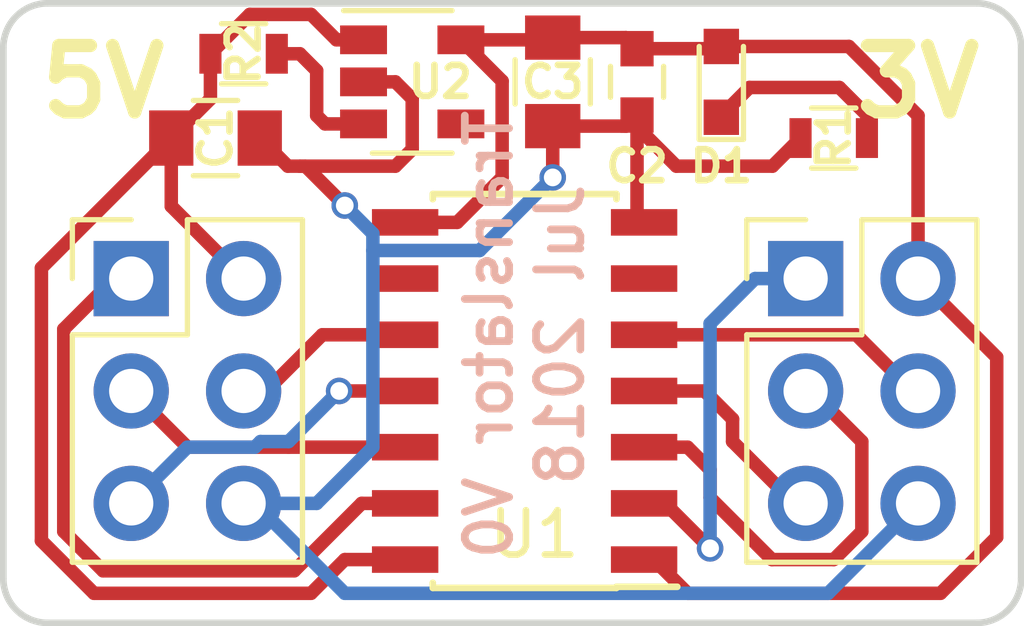
<source format=kicad_pcb>
(kicad_pcb (version 4) (host pcbnew 4.0.7)

  (general
    (links 27)
    (no_connects 0)
    (area 132.924999 102.924999 156.075001 117.075001)
    (thickness 1.6)
    (drawings 11)
    (tracks 117)
    (zones 0)
    (modules 10)
    (nets 17)
  )

  (page A)
  (layers
    (0 F.Cu signal)
    (31 B.Cu signal)
    (32 B.Adhes user)
    (33 F.Adhes user)
    (34 B.Paste user)
    (35 F.Paste user)
    (36 B.SilkS user)
    (37 F.SilkS user)
    (38 B.Mask user)
    (39 F.Mask user)
    (40 Dwgs.User user)
    (41 Cmts.User user)
    (42 Eco1.User user)
    (43 Eco2.User user)
    (44 Edge.Cuts user)
    (45 Margin user)
    (46 B.CrtYd user)
    (47 F.CrtYd user)
    (48 B.Fab user hide)
    (49 F.Fab user hide)
  )

  (setup
    (last_trace_width 0.25)
    (user_trace_width 0.3048)
    (user_trace_width 0.4064)
    (user_trace_width 0.6096)
    (trace_clearance 0.2)
    (zone_clearance 0.35)
    (zone_45_only no)
    (trace_min 0.2)
    (segment_width 0.2)
    (edge_width 0.15)
    (via_size 0.6)
    (via_drill 0.4)
    (via_min_size 0.4)
    (via_min_drill 0.3)
    (uvia_size 0.3)
    (uvia_drill 0.1)
    (uvias_allowed no)
    (uvia_min_size 0.2)
    (uvia_min_drill 0.1)
    (pcb_text_width 0.3)
    (pcb_text_size 1.5 1.5)
    (mod_edge_width 0.15)
    (mod_text_size 1 1)
    (mod_text_width 0.15)
    (pad_size 1.7 1.7)
    (pad_drill 1)
    (pad_to_mask_clearance 0)
    (aux_axis_origin 0 0)
    (visible_elements 7FFEFFFF)
    (pcbplotparams
      (layerselection 0x00030_80000001)
      (usegerberextensions false)
      (excludeedgelayer true)
      (linewidth 0.100000)
      (plotframeref false)
      (viasonmask false)
      (mode 1)
      (useauxorigin false)
      (hpglpennumber 1)
      (hpglpenspeed 20)
      (hpglpendiameter 15)
      (hpglpenoverlay 2)
      (psnegative false)
      (psa4output false)
      (plotreference true)
      (plotvalue true)
      (plotinvisibletext false)
      (padsonsilk false)
      (subtractmaskfromsilk false)
      (outputformat 1)
      (mirror false)
      (drillshape 1)
      (scaleselection 1)
      (outputdirectory ""))
  )

  (net 0 "")
  (net 1 GND)
  (net 2 +3V3)
  (net 3 "Net-(U2-Pad4)")
  (net 4 /MISO_5V)
  (net 5 /SCK_5V)
  (net 6 /MOSI_5V)
  (net 7 /~RESET_5V)
  (net 8 /MISO_3V)
  (net 9 /SCK_3V)
  (net 10 /MOSI_3V)
  (net 11 /~RESET_3V)
  (net 12 "Net-(U1-Pad6)")
  (net 13 "Net-(U1-Pad9)")
  (net 14 +5V)
  (net 15 "Net-(D1-Pad1)")
  (net 16 "Net-(R2-Pad1)")

  (net_class Default "This is the default net class."
    (clearance 0.2)
    (trace_width 0.25)
    (via_dia 0.6)
    (via_drill 0.4)
    (uvia_dia 0.3)
    (uvia_drill 0.1)
    (add_net +3V3)
    (add_net +5V)
    (add_net /MISO_3V)
    (add_net /MISO_5V)
    (add_net /MOSI_3V)
    (add_net /MOSI_5V)
    (add_net /SCK_3V)
    (add_net /SCK_5V)
    (add_net /~RESET_3V)
    (add_net /~RESET_5V)
    (add_net GND)
    (add_net "Net-(D1-Pad1)")
    (add_net "Net-(R2-Pad1)")
    (add_net "Net-(U1-Pad6)")
    (add_net "Net-(U1-Pad9)")
    (add_net "Net-(U2-Pad4)")
  )

  (module footprints:R_0603 (layer F.Cu) (tedit 5B565FD2) (tstamp 5B565885)
    (at 151.765 106.045 180)
    (descr "Resistor SMD 0603, reflow soldering, Vishay (see dcrcw.pdf)")
    (tags "resistor 0603")
    (path /5B56685E)
    (attr smd)
    (fp_text reference R1 (at 0 0 270) (layer F.SilkS)
      (effects (font (size 0.7 0.7) (thickness 0.15)))
    )
    (fp_text value 330 (at 0 1.5 180) (layer F.Fab)
      (effects (font (size 1 1) (thickness 0.15)))
    )
    (fp_text user %R (at 0 0 180) (layer F.Fab)
      (effects (font (size 0.4 0.4) (thickness 0.075)))
    )
    (fp_line (start -0.8 0.4) (end -0.8 -0.4) (layer F.Fab) (width 0.1))
    (fp_line (start 0.8 0.4) (end -0.8 0.4) (layer F.Fab) (width 0.1))
    (fp_line (start 0.8 -0.4) (end 0.8 0.4) (layer F.Fab) (width 0.1))
    (fp_line (start -0.8 -0.4) (end 0.8 -0.4) (layer F.Fab) (width 0.1))
    (fp_line (start 0.5 0.68) (end -0.5 0.68) (layer F.SilkS) (width 0.12))
    (fp_line (start -0.5 -0.68) (end 0.5 -0.68) (layer F.SilkS) (width 0.12))
    (fp_line (start -1.25 -0.7) (end 1.25 -0.7) (layer F.CrtYd) (width 0.05))
    (fp_line (start -1.25 -0.7) (end -1.25 0.7) (layer F.CrtYd) (width 0.05))
    (fp_line (start 1.25 0.7) (end 1.25 -0.7) (layer F.CrtYd) (width 0.05))
    (fp_line (start 1.25 0.7) (end -1.25 0.7) (layer F.CrtYd) (width 0.05))
    (pad 1 smd rect (at -0.75 0 180) (size 0.5 0.9) (layers F.Cu F.Paste F.Mask)
      (net 15 "Net-(D1-Pad1)"))
    (pad 2 smd rect (at 0.75 0 180) (size 0.5 0.9) (layers F.Cu F.Paste F.Mask)
      (net 1 GND))
    (model ${KISYS3DMOD}/Resistors_SMD.3dshapes/R_0603.wrl
      (at (xyz 0 0 0))
      (scale (xyz 1 1 1))
      (rotate (xyz 0 0 0))
    )
  )

  (module footprints:LED_0603 (layer F.Cu) (tedit 5B565FC1) (tstamp 5B565983)
    (at 149.225 104.775 90)
    (descr "LED 0603 smd package")
    (tags "LED led 0603 SMD smd SMT smt smdled SMDLED smtled SMTLED")
    (path /5B566813)
    (attr smd)
    (fp_text reference D1 (at -1.905 0 180) (layer F.SilkS)
      (effects (font (size 0.7 0.7) (thickness 0.15)))
    )
    (fp_text value LED (at 0 1.35 90) (layer F.Fab)
      (effects (font (size 1 1) (thickness 0.15)))
    )
    (fp_line (start -1.3 -0.5) (end -1.3 0.5) (layer F.SilkS) (width 0.12))
    (fp_line (start -0.2 -0.2) (end -0.2 0.2) (layer F.Fab) (width 0.1))
    (fp_line (start -0.15 0) (end 0.15 -0.2) (layer F.Fab) (width 0.1))
    (fp_line (start 0.15 0.2) (end -0.15 0) (layer F.Fab) (width 0.1))
    (fp_line (start 0.15 -0.2) (end 0.15 0.2) (layer F.Fab) (width 0.1))
    (fp_line (start 0.8 0.4) (end -0.8 0.4) (layer F.Fab) (width 0.1))
    (fp_line (start 0.8 -0.4) (end 0.8 0.4) (layer F.Fab) (width 0.1))
    (fp_line (start -0.8 -0.4) (end 0.8 -0.4) (layer F.Fab) (width 0.1))
    (fp_line (start -0.8 0.4) (end -0.8 -0.4) (layer F.Fab) (width 0.1))
    (fp_line (start -1.3 0.5) (end 0.8 0.5) (layer F.SilkS) (width 0.12))
    (fp_line (start -1.3 -0.5) (end 0.8 -0.5) (layer F.SilkS) (width 0.12))
    (fp_line (start 1.45 -0.65) (end 1.45 0.65) (layer F.CrtYd) (width 0.05))
    (fp_line (start 1.45 0.65) (end -1.45 0.65) (layer F.CrtYd) (width 0.05))
    (fp_line (start -1.45 0.65) (end -1.45 -0.65) (layer F.CrtYd) (width 0.05))
    (fp_line (start -1.45 -0.65) (end 1.45 -0.65) (layer F.CrtYd) (width 0.05))
    (pad 2 smd rect (at 0.8 0 270) (size 0.8 0.8) (layers F.Cu F.Paste F.Mask)
      (net 2 +3V3))
    (pad 1 smd rect (at -0.8 0 270) (size 0.8 0.8) (layers F.Cu F.Paste F.Mask)
      (net 15 "Net-(D1-Pad1)"))
    (model ${KISYS3DMOD}/LEDs.3dshapes/LED_0603.wrl
      (at (xyz 0 0 0))
      (scale (xyz 1 1 1))
      (rotate (xyz 0 0 180))
    )
  )

  (module footprints:C_0805 (layer F.Cu) (tedit 5B56611F) (tstamp 5B56679B)
    (at 137.795 106.045)
    (descr "Capacitor SMD 0805, reflow soldering, AVX (see smccp.pdf)")
    (tags "capacitor 0805")
    (path /5B3FF285)
    (attr smd)
    (fp_text reference C1 (at 0 0 90) (layer F.SilkS)
      (effects (font (size 0.7 0.7) (thickness 0.15)))
    )
    (fp_text value 10uF (at 0 1.75) (layer F.Fab)
      (effects (font (size 1 1) (thickness 0.15)))
    )
    (fp_text user %R (at 0 -1.5) (layer F.Fab)
      (effects (font (size 1 1) (thickness 0.15)))
    )
    (fp_line (start -1 0.62) (end -1 -0.62) (layer F.Fab) (width 0.1))
    (fp_line (start 1 0.62) (end -1 0.62) (layer F.Fab) (width 0.1))
    (fp_line (start 1 -0.62) (end 1 0.62) (layer F.Fab) (width 0.1))
    (fp_line (start -1 -0.62) (end 1 -0.62) (layer F.Fab) (width 0.1))
    (fp_line (start 0.5 -0.85) (end -0.5 -0.85) (layer F.SilkS) (width 0.12))
    (fp_line (start -0.5 0.85) (end 0.5 0.85) (layer F.SilkS) (width 0.12))
    (fp_line (start -1.75 -0.88) (end 1.75 -0.88) (layer F.CrtYd) (width 0.05))
    (fp_line (start -1.75 -0.88) (end -1.75 0.87) (layer F.CrtYd) (width 0.05))
    (fp_line (start 1.75 0.87) (end 1.75 -0.88) (layer F.CrtYd) (width 0.05))
    (fp_line (start 1.75 0.87) (end -1.75 0.87) (layer F.CrtYd) (width 0.05))
    (pad 1 smd rect (at -1 0) (size 1 1.25) (layers F.Cu F.Paste F.Mask)
      (net 14 +5V))
    (pad 2 smd rect (at 1 0) (size 1 1.25) (layers F.Cu F.Paste F.Mask)
      (net 1 GND))
    (model Capacitors_SMD.3dshapes/C_0805.wrl
      (at (xyz 0 0 0))
      (scale (xyz 1 1 1))
      (rotate (xyz 0 0 0))
    )
  )

  (module footprints:C_0603 (layer F.Cu) (tedit 5B56611C) (tstamp 5B5667AB)
    (at 147.32 104.775 270)
    (descr "Capacitor SMD 0603, reflow soldering, AVX (see smccp.pdf)")
    (tags "capacitor 0603")
    (path /5B3FF331)
    (attr smd)
    (fp_text reference C2 (at 1.905 0 360) (layer F.SilkS)
      (effects (font (size 0.7 0.7) (thickness 0.15)))
    )
    (fp_text value 1uF (at 0 1.5 270) (layer F.Fab)
      (effects (font (size 1 1) (thickness 0.15)))
    )
    (fp_line (start 1.4 0.65) (end -1.4 0.65) (layer F.CrtYd) (width 0.05))
    (fp_line (start 1.4 0.65) (end 1.4 -0.65) (layer F.CrtYd) (width 0.05))
    (fp_line (start -1.4 -0.65) (end -1.4 0.65) (layer F.CrtYd) (width 0.05))
    (fp_line (start -1.4 -0.65) (end 1.4 -0.65) (layer F.CrtYd) (width 0.05))
    (fp_line (start 0.35 0.6) (end -0.35 0.6) (layer F.SilkS) (width 0.12))
    (fp_line (start -0.35 -0.6) (end 0.35 -0.6) (layer F.SilkS) (width 0.12))
    (fp_line (start -0.8 -0.4) (end 0.8 -0.4) (layer F.Fab) (width 0.1))
    (fp_line (start 0.8 -0.4) (end 0.8 0.4) (layer F.Fab) (width 0.1))
    (fp_line (start 0.8 0.4) (end -0.8 0.4) (layer F.Fab) (width 0.1))
    (fp_line (start -0.8 0.4) (end -0.8 -0.4) (layer F.Fab) (width 0.1))
    (fp_text user %R (at 0 0 270) (layer F.Fab)
      (effects (font (size 0.3 0.3) (thickness 0.075)))
    )
    (pad 2 smd rect (at 0.75 0 270) (size 0.8 0.75) (layers F.Cu F.Paste F.Mask)
      (net 1 GND))
    (pad 1 smd rect (at -0.75 0 270) (size 0.8 0.75) (layers F.Cu F.Paste F.Mask)
      (net 2 +3V3))
    (model Capacitors_SMD.3dshapes/C_0603.wrl
      (at (xyz 0 0 0))
      (scale (xyz 1 1 1))
      (rotate (xyz 0 0 0))
    )
  )

  (module footprints:C_0805 (layer F.Cu) (tedit 5B56611F) (tstamp 5B5667BB)
    (at 145.415 104.775 270)
    (descr "Capacitor SMD 0805, reflow soldering, AVX (see smccp.pdf)")
    (tags "capacitor 0805")
    (path /5B3FF2D3)
    (attr smd)
    (fp_text reference C3 (at 0 0 360) (layer F.SilkS)
      (effects (font (size 0.7 0.7) (thickness 0.15)))
    )
    (fp_text value 10uF (at 0 1.75 270) (layer F.Fab)
      (effects (font (size 1 1) (thickness 0.15)))
    )
    (fp_text user %R (at 0 -1.5 270) (layer F.Fab)
      (effects (font (size 1 1) (thickness 0.15)))
    )
    (fp_line (start -1 0.62) (end -1 -0.62) (layer F.Fab) (width 0.1))
    (fp_line (start 1 0.62) (end -1 0.62) (layer F.Fab) (width 0.1))
    (fp_line (start 1 -0.62) (end 1 0.62) (layer F.Fab) (width 0.1))
    (fp_line (start -1 -0.62) (end 1 -0.62) (layer F.Fab) (width 0.1))
    (fp_line (start 0.5 -0.85) (end -0.5 -0.85) (layer F.SilkS) (width 0.12))
    (fp_line (start -0.5 0.85) (end 0.5 0.85) (layer F.SilkS) (width 0.12))
    (fp_line (start -1.75 -0.88) (end 1.75 -0.88) (layer F.CrtYd) (width 0.05))
    (fp_line (start -1.75 -0.88) (end -1.75 0.87) (layer F.CrtYd) (width 0.05))
    (fp_line (start 1.75 0.87) (end 1.75 -0.88) (layer F.CrtYd) (width 0.05))
    (fp_line (start 1.75 0.87) (end -1.75 0.87) (layer F.CrtYd) (width 0.05))
    (pad 1 smd rect (at -1 0 270) (size 1 1.25) (layers F.Cu F.Paste F.Mask)
      (net 2 +3V3))
    (pad 2 smd rect (at 1 0 270) (size 1 1.25) (layers F.Cu F.Paste F.Mask)
      (net 1 GND))
    (model Capacitors_SMD.3dshapes/C_0805.wrl
      (at (xyz 0 0 0))
      (scale (xyz 1 1 1))
      (rotate (xyz 0 0 0))
    )
  )

  (module footprints:Pin_Header_Straight_2x03_Pitch2.54mm (layer F.Cu) (tedit 5B565ED2) (tstamp 5B5667CB)
    (at 135.89 109.22)
    (descr "Through hole straight pin header, 2x03, 2.54mm pitch, double rows")
    (tags "Through hole pin header THT 2x03 2.54mm double row")
    (path /5B52901B)
    (fp_text reference CON1 (at 1.27 -2.33) (layer F.SilkS) hide
      (effects (font (size 1 1) (thickness 0.15)))
    )
    (fp_text value AVR-ISP-6 (at 1.27 7.41) (layer F.Fab)
      (effects (font (size 1 1) (thickness 0.15)))
    )
    (fp_line (start 0 -1.27) (end 3.81 -1.27) (layer F.Fab) (width 0.1))
    (fp_line (start 3.81 -1.27) (end 3.81 6.35) (layer F.Fab) (width 0.1))
    (fp_line (start 3.81 6.35) (end -1.27 6.35) (layer F.Fab) (width 0.1))
    (fp_line (start -1.27 6.35) (end -1.27 0) (layer F.Fab) (width 0.1))
    (fp_line (start -1.27 0) (end 0 -1.27) (layer F.Fab) (width 0.1))
    (fp_line (start -1.33 6.41) (end 3.87 6.41) (layer F.SilkS) (width 0.12))
    (fp_line (start -1.33 1.27) (end -1.33 6.41) (layer F.SilkS) (width 0.12))
    (fp_line (start 3.87 -1.33) (end 3.87 6.41) (layer F.SilkS) (width 0.12))
    (fp_line (start -1.33 1.27) (end 1.27 1.27) (layer F.SilkS) (width 0.12))
    (fp_line (start 1.27 1.27) (end 1.27 -1.33) (layer F.SilkS) (width 0.12))
    (fp_line (start 1.27 -1.33) (end 3.87 -1.33) (layer F.SilkS) (width 0.12))
    (fp_line (start -1.33 0) (end -1.33 -1.33) (layer F.SilkS) (width 0.12))
    (fp_line (start -1.33 -1.33) (end 0 -1.33) (layer F.SilkS) (width 0.12))
    (fp_line (start -1.8 -1.8) (end -1.8 6.85) (layer F.CrtYd) (width 0.05))
    (fp_line (start -1.8 6.85) (end 4.35 6.85) (layer F.CrtYd) (width 0.05))
    (fp_line (start 4.35 6.85) (end 4.35 -1.8) (layer F.CrtYd) (width 0.05))
    (fp_line (start 4.35 -1.8) (end -1.8 -1.8) (layer F.CrtYd) (width 0.05))
    (fp_text user %R (at 1.27 2.54 90) (layer F.Fab)
      (effects (font (size 1 1) (thickness 0.15)))
    )
    (pad 1 thru_hole rect (at 0 0) (size 1.7 1.7) (drill 1) (layers *.Cu *.Mask)
      (net 4 /MISO_5V))
    (pad 2 thru_hole oval (at 2.54 0) (size 1.7 1.7) (drill 1) (layers *.Cu *.Mask)
      (net 14 +5V))
    (pad 3 thru_hole oval (at 0 2.54) (size 1.7 1.7) (drill 1) (layers *.Cu *.Mask)
      (net 5 /SCK_5V))
    (pad 4 thru_hole oval (at 2.54 2.54) (size 1.7 1.7) (drill 1) (layers *.Cu *.Mask)
      (net 6 /MOSI_5V))
    (pad 5 thru_hole oval (at 0 5.08) (size 1.7 1.7) (drill 1) (layers *.Cu *.Mask)
      (net 7 /~RESET_5V))
    (pad 6 thru_hole oval (at 2.54 5.08) (size 1.7 1.7) (drill 1) (layers *.Cu *.Mask)
      (net 1 GND))
    (model ${KISYS3DMOD}/Pin_Headers.3dshapes/Pin_Header_Straight_2x03_Pitch2.54mm.wrl
      (at (xyz 0 0 0))
      (scale (xyz 1 1 1))
      (rotate (xyz 0 0 0))
    )
  )

  (module footprints:Pin_Header_Straight_2x03_Pitch2.54mm (layer F.Cu) (tedit 5B565ED2) (tstamp 5B5667E6)
    (at 151.13 109.22)
    (descr "Through hole straight pin header, 2x03, 2.54mm pitch, double rows")
    (tags "Through hole pin header THT 2x03 2.54mm double row")
    (path /5B56546C)
    (fp_text reference CON2 (at 1.27 -2.33) (layer F.SilkS) hide
      (effects (font (size 1 1) (thickness 0.15)))
    )
    (fp_text value AVR-ISP-6 (at 1.27 7.41) (layer F.Fab)
      (effects (font (size 1 1) (thickness 0.15)))
    )
    (fp_line (start 0 -1.27) (end 3.81 -1.27) (layer F.Fab) (width 0.1))
    (fp_line (start 3.81 -1.27) (end 3.81 6.35) (layer F.Fab) (width 0.1))
    (fp_line (start 3.81 6.35) (end -1.27 6.35) (layer F.Fab) (width 0.1))
    (fp_line (start -1.27 6.35) (end -1.27 0) (layer F.Fab) (width 0.1))
    (fp_line (start -1.27 0) (end 0 -1.27) (layer F.Fab) (width 0.1))
    (fp_line (start -1.33 6.41) (end 3.87 6.41) (layer F.SilkS) (width 0.12))
    (fp_line (start -1.33 1.27) (end -1.33 6.41) (layer F.SilkS) (width 0.12))
    (fp_line (start 3.87 -1.33) (end 3.87 6.41) (layer F.SilkS) (width 0.12))
    (fp_line (start -1.33 1.27) (end 1.27 1.27) (layer F.SilkS) (width 0.12))
    (fp_line (start 1.27 1.27) (end 1.27 -1.33) (layer F.SilkS) (width 0.12))
    (fp_line (start 1.27 -1.33) (end 3.87 -1.33) (layer F.SilkS) (width 0.12))
    (fp_line (start -1.33 0) (end -1.33 -1.33) (layer F.SilkS) (width 0.12))
    (fp_line (start -1.33 -1.33) (end 0 -1.33) (layer F.SilkS) (width 0.12))
    (fp_line (start -1.8 -1.8) (end -1.8 6.85) (layer F.CrtYd) (width 0.05))
    (fp_line (start -1.8 6.85) (end 4.35 6.85) (layer F.CrtYd) (width 0.05))
    (fp_line (start 4.35 6.85) (end 4.35 -1.8) (layer F.CrtYd) (width 0.05))
    (fp_line (start 4.35 -1.8) (end -1.8 -1.8) (layer F.CrtYd) (width 0.05))
    (fp_text user %R (at 1.27 2.54 90) (layer F.Fab)
      (effects (font (size 1 1) (thickness 0.15)))
    )
    (pad 1 thru_hole rect (at 0 0) (size 1.7 1.7) (drill 1) (layers *.Cu *.Mask)
      (net 8 /MISO_3V))
    (pad 2 thru_hole oval (at 2.54 0) (size 1.7 1.7) (drill 1) (layers *.Cu *.Mask)
      (net 2 +3V3))
    (pad 3 thru_hole oval (at 0 2.54) (size 1.7 1.7) (drill 1) (layers *.Cu *.Mask)
      (net 9 /SCK_3V))
    (pad 4 thru_hole oval (at 2.54 2.54) (size 1.7 1.7) (drill 1) (layers *.Cu *.Mask)
      (net 10 /MOSI_3V))
    (pad 5 thru_hole oval (at 0 5.08) (size 1.7 1.7) (drill 1) (layers *.Cu *.Mask)
      (net 11 /~RESET_3V))
    (pad 6 thru_hole oval (at 2.54 5.08) (size 1.7 1.7) (drill 1) (layers *.Cu *.Mask)
      (net 1 GND))
    (model ${KISYS3DMOD}/Pin_Headers.3dshapes/Pin_Header_Straight_2x03_Pitch2.54mm.wrl
      (at (xyz 0 0 0))
      (scale (xyz 1 1 1))
      (rotate (xyz 0 0 0))
    )
  )

  (module footprints:R_0603 (layer F.Cu) (tedit 5B565FD2) (tstamp 5B566801)
    (at 138.43 104.14 180)
    (descr "Resistor SMD 0603, reflow soldering, Vishay (see dcrcw.pdf)")
    (tags "resistor 0603")
    (path /5B3FF1C8)
    (attr smd)
    (fp_text reference R2 (at 0 0 270) (layer F.SilkS)
      (effects (font (size 0.7 0.7) (thickness 0.15)))
    )
    (fp_text value 100K (at 0 1.5 180) (layer F.Fab)
      (effects (font (size 1 1) (thickness 0.15)))
    )
    (fp_text user %R (at 0 0 180) (layer F.Fab)
      (effects (font (size 0.4 0.4) (thickness 0.075)))
    )
    (fp_line (start -0.8 0.4) (end -0.8 -0.4) (layer F.Fab) (width 0.1))
    (fp_line (start 0.8 0.4) (end -0.8 0.4) (layer F.Fab) (width 0.1))
    (fp_line (start 0.8 -0.4) (end 0.8 0.4) (layer F.Fab) (width 0.1))
    (fp_line (start -0.8 -0.4) (end 0.8 -0.4) (layer F.Fab) (width 0.1))
    (fp_line (start 0.5 0.68) (end -0.5 0.68) (layer F.SilkS) (width 0.12))
    (fp_line (start -0.5 -0.68) (end 0.5 -0.68) (layer F.SilkS) (width 0.12))
    (fp_line (start -1.25 -0.7) (end 1.25 -0.7) (layer F.CrtYd) (width 0.05))
    (fp_line (start -1.25 -0.7) (end -1.25 0.7) (layer F.CrtYd) (width 0.05))
    (fp_line (start 1.25 0.7) (end 1.25 -0.7) (layer F.CrtYd) (width 0.05))
    (fp_line (start 1.25 0.7) (end -1.25 0.7) (layer F.CrtYd) (width 0.05))
    (pad 1 smd rect (at -0.75 0 180) (size 0.5 0.9) (layers F.Cu F.Paste F.Mask)
      (net 16 "Net-(R2-Pad1)"))
    (pad 2 smd rect (at 0.75 0 180) (size 0.5 0.9) (layers F.Cu F.Paste F.Mask)
      (net 14 +5V))
    (model ${KISYS3DMOD}/Resistors_SMD.3dshapes/R_0603.wrl
      (at (xyz 0 0 0))
      (scale (xyz 1 1 1))
      (rotate (xyz 0 0 0))
    )
  )

  (module footprints:SOIC-14_3.9x8.7mm_Pitch1.27mm (layer F.Cu) (tedit 5B565EC6) (tstamp 5B566811)
    (at 144.78 111.76 180)
    (descr "14-Lead Plastic Small Outline (SL) - Narrow, 3.90 mm Body [SOIC] (see Microchip Packaging Specification 00000049BS.pdf)")
    (tags "SOIC 1.27")
    (path /5B565286)
    (attr smd)
    (fp_text reference U1 (at -0.22 -3.24 180) (layer F.SilkS)
      (effects (font (size 1 1) (thickness 0.15)))
    )
    (fp_text value TXB0104D (at 0 5.375 180) (layer F.Fab)
      (effects (font (size 1 1) (thickness 0.15)))
    )
    (fp_text user %R (at 0 0 180) (layer F.Fab)
      (effects (font (size 0.9 0.9) (thickness 0.135)))
    )
    (fp_line (start -0.95 -4.35) (end 1.95 -4.35) (layer F.Fab) (width 0.15))
    (fp_line (start 1.95 -4.35) (end 1.95 4.35) (layer F.Fab) (width 0.15))
    (fp_line (start 1.95 4.35) (end -1.95 4.35) (layer F.Fab) (width 0.15))
    (fp_line (start -1.95 4.35) (end -1.95 -3.35) (layer F.Fab) (width 0.15))
    (fp_line (start -1.95 -3.35) (end -0.95 -4.35) (layer F.Fab) (width 0.15))
    (fp_line (start -3.7 -4.65) (end -3.7 4.65) (layer F.CrtYd) (width 0.05))
    (fp_line (start 3.7 -4.65) (end 3.7 4.65) (layer F.CrtYd) (width 0.05))
    (fp_line (start -3.7 -4.65) (end 3.7 -4.65) (layer F.CrtYd) (width 0.05))
    (fp_line (start -3.7 4.65) (end 3.7 4.65) (layer F.CrtYd) (width 0.05))
    (fp_line (start -2.075 -4.45) (end -2.075 -4.425) (layer F.SilkS) (width 0.15))
    (fp_line (start 2.075 -4.45) (end 2.075 -4.335) (layer F.SilkS) (width 0.15))
    (fp_line (start 2.075 4.45) (end 2.075 4.335) (layer F.SilkS) (width 0.15))
    (fp_line (start -2.075 4.45) (end -2.075 4.335) (layer F.SilkS) (width 0.15))
    (fp_line (start -2.075 -4.45) (end 2.075 -4.45) (layer F.SilkS) (width 0.15))
    (fp_line (start -2.075 4.45) (end 2.075 4.45) (layer F.SilkS) (width 0.15))
    (fp_line (start -2.075 -4.425) (end -3.45 -4.425) (layer F.SilkS) (width 0.15))
    (pad 1 smd rect (at -2.7 -3.81 180) (size 1.5 0.6) (layers F.Cu F.Paste F.Mask)
      (net 2 +3V3))
    (pad 2 smd rect (at -2.7 -2.54 180) (size 1.5 0.6) (layers F.Cu F.Paste F.Mask)
      (net 8 /MISO_3V))
    (pad 3 smd rect (at -2.7 -1.27 180) (size 1.5 0.6) (layers F.Cu F.Paste F.Mask)
      (net 9 /SCK_3V))
    (pad 4 smd rect (at -2.7 0 180) (size 1.5 0.6) (layers F.Cu F.Paste F.Mask)
      (net 11 /~RESET_3V))
    (pad 5 smd rect (at -2.7 1.27 180) (size 1.5 0.6) (layers F.Cu F.Paste F.Mask)
      (net 10 /MOSI_3V))
    (pad 6 smd rect (at -2.7 2.54 180) (size 1.5 0.6) (layers F.Cu F.Paste F.Mask)
      (net 12 "Net-(U1-Pad6)"))
    (pad 7 smd rect (at -2.7 3.81 180) (size 1.5 0.6) (layers F.Cu F.Paste F.Mask)
      (net 1 GND))
    (pad 8 smd rect (at 2.7 3.81 180) (size 1.5 0.6) (layers F.Cu F.Paste F.Mask)
      (net 2 +3V3))
    (pad 9 smd rect (at 2.7 2.54 180) (size 1.5 0.6) (layers F.Cu F.Paste F.Mask)
      (net 13 "Net-(U1-Pad9)"))
    (pad 10 smd rect (at 2.7 1.27 180) (size 1.5 0.6) (layers F.Cu F.Paste F.Mask)
      (net 6 /MOSI_5V))
    (pad 11 smd rect (at 2.7 0 180) (size 1.5 0.6) (layers F.Cu F.Paste F.Mask)
      (net 7 /~RESET_5V))
    (pad 12 smd rect (at 2.7 -1.27 180) (size 1.5 0.6) (layers F.Cu F.Paste F.Mask)
      (net 5 /SCK_5V))
    (pad 13 smd rect (at 2.7 -2.54 180) (size 1.5 0.6) (layers F.Cu F.Paste F.Mask)
      (net 4 /MISO_5V))
    (pad 14 smd rect (at 2.7 -3.81 180) (size 1.5 0.6) (layers F.Cu F.Paste F.Mask)
      (net 14 +5V))
    (model ${KISYS3DMOD}/Housings_SOIC.3dshapes/SOIC-14_3.9x8.7mm_Pitch1.27mm.wrl
      (at (xyz 0 0 0))
      (scale (xyz 1 1 1))
      (rotate (xyz 0 0 0))
    )
  )

  (module footprints:SOT-23-5 (layer F.Cu) (tedit 5B565F6F) (tstamp 5B566833)
    (at 142.24 104.775)
    (descr "5-pin SOT23 package")
    (tags SOT-23-5)
    (path /5B3FF118)
    (attr smd)
    (fp_text reference U2 (at 0.635 0) (layer F.SilkS)
      (effects (font (size 0.7 0.7) (thickness 0.15)))
    )
    (fp_text value MIC5225-3.3 (at 0 2.9) (layer F.Fab)
      (effects (font (size 1 1) (thickness 0.15)))
    )
    (fp_text user %R (at 0 0 90) (layer F.Fab)
      (effects (font (size 0.5 0.5) (thickness 0.075)))
    )
    (fp_line (start -0.9 1.61) (end 0.9 1.61) (layer F.SilkS) (width 0.12))
    (fp_line (start 0.9 -1.61) (end -1.55 -1.61) (layer F.SilkS) (width 0.12))
    (fp_line (start -1.9 -1.8) (end 1.9 -1.8) (layer F.CrtYd) (width 0.05))
    (fp_line (start 1.9 -1.8) (end 1.9 1.8) (layer F.CrtYd) (width 0.05))
    (fp_line (start 1.9 1.8) (end -1.9 1.8) (layer F.CrtYd) (width 0.05))
    (fp_line (start -1.9 1.8) (end -1.9 -1.8) (layer F.CrtYd) (width 0.05))
    (fp_line (start -0.9 -0.9) (end -0.25 -1.55) (layer F.Fab) (width 0.1))
    (fp_line (start 0.9 -1.55) (end -0.25 -1.55) (layer F.Fab) (width 0.1))
    (fp_line (start -0.9 -0.9) (end -0.9 1.55) (layer F.Fab) (width 0.1))
    (fp_line (start 0.9 1.55) (end -0.9 1.55) (layer F.Fab) (width 0.1))
    (fp_line (start 0.9 -1.55) (end 0.9 1.55) (layer F.Fab) (width 0.1))
    (pad 1 smd rect (at -1.1 -0.95) (size 1.06 0.65) (layers F.Cu F.Paste F.Mask)
      (net 14 +5V))
    (pad 2 smd rect (at -1.1 0) (size 1.06 0.65) (layers F.Cu F.Paste F.Mask)
      (net 1 GND))
    (pad 3 smd rect (at -1.1 0.95) (size 1.06 0.65) (layers F.Cu F.Paste F.Mask)
      (net 16 "Net-(R2-Pad1)"))
    (pad 4 smd rect (at 1.1 0.95) (size 1.06 0.65) (layers F.Cu F.Paste F.Mask)
      (net 3 "Net-(U2-Pad4)"))
    (pad 5 smd rect (at 1.1 -0.95) (size 1.06 0.65) (layers F.Cu F.Paste F.Mask)
      (net 2 +3V3))
    (model ${KISYS3DMOD}/TO_SOT_Packages_SMD.3dshapes/SOT-23-5.wrl
      (at (xyz 0 0 0))
      (scale (xyz 1 1 1))
      (rotate (xyz 0 0 0))
    )
  )

  (gr_text "Translator V0\nJul 2018" (at 144.78 110.49 90) (layer B.SilkS)
    (effects (font (size 1 1) (thickness 0.175)) (justify mirror))
  )
  (gr_line (start 133 116) (end 133 104) (angle 90) (layer Edge.Cuts) (width 0.15))
  (gr_line (start 155 117) (end 134 117) (angle 90) (layer Edge.Cuts) (width 0.15))
  (gr_line (start 156 104) (end 156 116) (angle 90) (layer Edge.Cuts) (width 0.15))
  (gr_line (start 134 103) (end 155 103) (angle 90) (layer Edge.Cuts) (width 0.15))
  (gr_arc (start 155 104) (end 155 103) (angle 90) (layer Edge.Cuts) (width 0.15))
  (gr_arc (start 155 116) (end 156 116) (angle 90) (layer Edge.Cuts) (width 0.15))
  (gr_arc (start 134 116) (end 134 117) (angle 90) (layer Edge.Cuts) (width 0.15))
  (gr_arc (start 134 104) (end 133 104) (angle 90) (layer Edge.Cuts) (width 0.15))
  (gr_text 3V (at 153.67 104.775) (layer F.SilkS)
    (effects (font (size 1.5 1.5) (thickness 0.3)))
  )
  (gr_text 5V (at 135.255 104.775) (layer F.SilkS)
    (effects (font (size 1.5 1.5) (thickness 0.3)))
  )

  (segment (start 145.415 105.775) (end 145.415 106.934) (width 0.3048) (layer F.Cu) (net 1))
  (segment (start 143.764 108.585) (end 141.351 108.585) (width 0.3048) (layer B.Cu) (net 1) (tstamp 5B565BD6))
  (segment (start 145.415 106.934) (end 143.764 108.585) (width 0.3048) (layer B.Cu) (net 1) (tstamp 5B565BD5))
  (via (at 145.415 106.934) (size 0.6) (drill 0.4) (layers F.Cu B.Cu) (net 1))
  (segment (start 147.32 105.525) (end 147.32 107.79) (width 0.3048) (layer F.Cu) (net 1))
  (segment (start 147.32 107.79) (end 147.48 107.95) (width 0.3048) (layer F.Cu) (net 1) (tstamp 5B565BCF))
  (segment (start 145.415 105.775) (end 147.07 105.775) (width 0.3048) (layer F.Cu) (net 1))
  (segment (start 147.07 105.775) (end 147.32 105.525) (width 0.3048) (layer F.Cu) (net 1) (tstamp 5B565BCC))
  (segment (start 138.43 114.3) (end 138.684 114.3) (width 0.3048) (layer B.Cu) (net 1))
  (segment (start 138.684 114.3) (end 140.716 116.332) (width 0.3048) (layer B.Cu) (net 1) (tstamp 5B565BC5))
  (segment (start 151.638 116.332) (end 153.67 114.3) (width 0.3048) (layer B.Cu) (net 1) (tstamp 5B565BC8))
  (segment (start 140.716 116.332) (end 151.638 116.332) (width 0.3048) (layer B.Cu) (net 1) (tstamp 5B565BC6))
  (segment (start 147.32 105.525) (end 147.32 105.791) (width 0.3048) (layer F.Cu) (net 1))
  (segment (start 147.32 105.791) (end 148.209 106.68) (width 0.3048) (layer F.Cu) (net 1) (tstamp 5B565B99))
  (segment (start 148.209 106.68) (end 150.38 106.68) (width 0.3048) (layer F.Cu) (net 1) (tstamp 5B565B9A))
  (segment (start 150.38 106.68) (end 151.015 106.045) (width 0.3048) (layer F.Cu) (net 1) (tstamp 5B565B9B))
  (segment (start 138.43 114.3) (end 140.081 114.3) (width 0.3048) (layer B.Cu) (net 1))
  (segment (start 140.081 114.3) (end 141.351 113.03) (width 0.3048) (layer B.Cu) (net 1) (tstamp 5B565B74))
  (segment (start 141.351 113.03) (end 141.351 108.585) (width 0.3048) (layer B.Cu) (net 1) (tstamp 5B565B75))
  (segment (start 139.827 106.68) (end 139.7 106.68) (width 0.3048) (layer F.Cu) (net 1) (tstamp 5B565B7A))
  (segment (start 141.351 108.585) (end 141.351 108.204) (width 0.3048) (layer B.Cu) (net 1) (tstamp 5B565BD9))
  (segment (start 141.351 108.204) (end 140.716 107.569) (width 0.3048) (layer B.Cu) (net 1) (tstamp 5B565B77))
  (via (at 140.716 107.569) (size 0.6) (drill 0.4) (layers F.Cu B.Cu) (net 1))
  (segment (start 140.716 107.569) (end 139.827 106.68) (width 0.3048) (layer F.Cu) (net 1) (tstamp 5B565B79))
  (segment (start 141.14 104.775) (end 141.859 104.775) (width 0.3048) (layer F.Cu) (net 1))
  (segment (start 139.43 106.68) (end 138.795 106.045) (width 0.3048) (layer F.Cu) (net 1) (tstamp 5B565B68))
  (segment (start 141.859 106.68) (end 139.7 106.68) (width 0.3048) (layer F.Cu) (net 1) (tstamp 5B565B67))
  (segment (start 139.7 106.68) (end 139.43 106.68) (width 0.3048) (layer F.Cu) (net 1) (tstamp 5B565B7D))
  (segment (start 142.24 106.299) (end 141.859 106.68) (width 0.3048) (layer F.Cu) (net 1) (tstamp 5B565B66))
  (segment (start 142.24 105.156) (end 142.24 106.299) (width 0.3048) (layer F.Cu) (net 1) (tstamp 5B565B65))
  (segment (start 141.859 104.775) (end 142.24 105.156) (width 0.3048) (layer F.Cu) (net 1) (tstamp 5B565B64))
  (segment (start 147.48 115.57) (end 147.701 115.57) (width 0.3048) (layer F.Cu) (net 2))
  (segment (start 147.701 115.57) (end 148.463 116.332) (width 0.3048) (layer F.Cu) (net 2) (tstamp 5B565B9E))
  (segment (start 148.463 116.332) (end 154.178 116.332) (width 0.3048) (layer F.Cu) (net 2) (tstamp 5B565B9F))
  (segment (start 154.178 116.332) (end 155.448 115.062) (width 0.3048) (layer F.Cu) (net 2) (tstamp 5B565BA0))
  (segment (start 155.448 115.062) (end 155.448 110.998) (width 0.3048) (layer F.Cu) (net 2) (tstamp 5B565BA1))
  (segment (start 155.448 110.998) (end 153.67 109.22) (width 0.3048) (layer F.Cu) (net 2) (tstamp 5B565BA3))
  (segment (start 149.225 103.975) (end 152.108 103.975) (width 0.3048) (layer F.Cu) (net 2))
  (segment (start 153.67 105.537) (end 153.67 109.22) (width 0.3048) (layer F.Cu) (net 2) (tstamp 5B565B8F))
  (segment (start 152.108 103.975) (end 153.67 105.537) (width 0.3048) (layer F.Cu) (net 2) (tstamp 5B565B8D))
  (segment (start 147.32 104.025) (end 149.175 104.025) (width 0.3048) (layer F.Cu) (net 2))
  (segment (start 149.175 104.025) (end 149.225 103.975) (width 0.3048) (layer F.Cu) (net 2) (tstamp 5B565B8A))
  (segment (start 145.415 103.775) (end 147.07 103.775) (width 0.3048) (layer F.Cu) (net 2))
  (segment (start 147.07 103.775) (end 147.32 104.025) (width 0.3048) (layer F.Cu) (net 2) (tstamp 5B565B87))
  (segment (start 143.34 103.825) (end 145.365 103.825) (width 0.3048) (layer F.Cu) (net 2))
  (segment (start 145.365 103.825) (end 145.415 103.775) (width 0.3048) (layer F.Cu) (net 2) (tstamp 5B565B84))
  (segment (start 142.08 107.95) (end 143.256 107.95) (width 0.3048) (layer F.Cu) (net 2))
  (segment (start 144.272 104.757) (end 143.34 103.825) (width 0.3048) (layer F.Cu) (net 2) (tstamp 5B565B81))
  (segment (start 144.272 106.934) (end 144.272 104.757) (width 0.3048) (layer F.Cu) (net 2) (tstamp 5B565B80))
  (segment (start 143.256 107.95) (end 144.272 106.934) (width 0.3048) (layer F.Cu) (net 2) (tstamp 5B565B7F))
  (segment (start 135.89 109.22) (end 135.509 109.22) (width 0.3048) (layer F.Cu) (net 4))
  (segment (start 135.509 109.22) (end 134.366 110.363) (width 0.3048) (layer F.Cu) (net 4) (tstamp 5B565B43))
  (segment (start 134.366 110.363) (end 134.366 114.935) (width 0.3048) (layer F.Cu) (net 4) (tstamp 5B565B44))
  (segment (start 134.366 114.935) (end 135.255 115.824) (width 0.3048) (layer F.Cu) (net 4) (tstamp 5B565B45))
  (segment (start 135.255 115.824) (end 139.573 115.824) (width 0.3048) (layer F.Cu) (net 4) (tstamp 5B565B46))
  (segment (start 139.573 115.824) (end 141.097 114.3) (width 0.3048) (layer F.Cu) (net 4) (tstamp 5B565B47))
  (segment (start 141.097 114.3) (end 142.08 114.3) (width 0.3048) (layer F.Cu) (net 4) (tstamp 5B565B48))
  (segment (start 135.89 111.76) (end 137.16 113.03) (width 0.3048) (layer F.Cu) (net 5))
  (segment (start 139.446 113.03) (end 142.08 113.03) (width 0.3048) (layer F.Cu) (net 5) (tstamp 5B565B40))
  (segment (start 137.16 113.03) (end 139.446 113.03) (width 0.3048) (layer F.Cu) (net 5) (tstamp 5B565B3F))
  (segment (start 138.43 111.76) (end 138.938 111.76) (width 0.3048) (layer F.Cu) (net 6))
  (segment (start 138.938 111.76) (end 140.208 110.49) (width 0.3048) (layer F.Cu) (net 6) (tstamp 5B565B3A))
  (segment (start 140.208 110.49) (end 142.08 110.49) (width 0.3048) (layer F.Cu) (net 6) (tstamp 5B565B3B))
  (segment (start 135.89 114.3) (end 137.16 113.03) (width 0.3048) (layer B.Cu) (net 7))
  (segment (start 140.589 111.76) (end 142.08 111.76) (width 0.3048) (layer F.Cu) (net 7) (tstamp 5B565B70))
  (via (at 140.589 111.76) (size 0.6) (drill 0.4) (layers F.Cu B.Cu) (net 7))
  (segment (start 139.446 112.903) (end 140.589 111.76) (width 0.3048) (layer B.Cu) (net 7) (tstamp 5B565B6E))
  (segment (start 138.811 112.903) (end 139.446 112.903) (width 0.3048) (layer B.Cu) (net 7) (tstamp 5B565B6D))
  (segment (start 138.684 113.03) (end 138.811 112.903) (width 0.3048) (layer B.Cu) (net 7) (tstamp 5B565B6C))
  (segment (start 137.16 113.03) (end 138.684 113.03) (width 0.3048) (layer B.Cu) (net 7) (tstamp 5B565B6B))
  (segment (start 151.13 109.22) (end 149.987 109.22) (width 0.3048) (layer B.Cu) (net 8))
  (segment (start 148.971 115.316) (end 147.955 114.3) (width 0.3048) (layer F.Cu) (net 8) (tstamp 5B565BC1))
  (via (at 148.971 115.316) (size 0.6) (drill 0.4) (layers F.Cu B.Cu) (net 8))
  (segment (start 148.971 110.236) (end 148.971 115.316) (width 0.3048) (layer B.Cu) (net 8) (tstamp 5B565BBF))
  (segment (start 149.987 109.22) (end 148.971 110.236) (width 0.3048) (layer B.Cu) (net 8) (tstamp 5B565BBE))
  (segment (start 147.955 114.3) (end 147.48 114.3) (width 0.3048) (layer F.Cu) (net 8) (tstamp 5B565BC2))
  (segment (start 151.13 111.76) (end 151.257 111.76) (width 0.3048) (layer F.Cu) (net 9))
  (segment (start 151.257 111.76) (end 152.4 112.903) (width 0.3048) (layer F.Cu) (net 9) (tstamp 5B565BB3))
  (segment (start 152.4 112.903) (end 152.4 114.935) (width 0.3048) (layer F.Cu) (net 9) (tstamp 5B565BB4))
  (segment (start 152.4 114.935) (end 151.765 115.57) (width 0.3048) (layer F.Cu) (net 9) (tstamp 5B565BB5))
  (segment (start 151.765 115.57) (end 150.368 115.57) (width 0.3048) (layer F.Cu) (net 9) (tstamp 5B565BB6))
  (segment (start 150.368 115.57) (end 148.971 114.173) (width 0.3048) (layer F.Cu) (net 9) (tstamp 5B565BB7))
  (segment (start 148.971 114.173) (end 148.971 113.538) (width 0.3048) (layer F.Cu) (net 9) (tstamp 5B565BB9))
  (segment (start 148.971 113.538) (end 148.463 113.03) (width 0.3048) (layer F.Cu) (net 9) (tstamp 5B565BBA))
  (segment (start 148.463 113.03) (end 147.48 113.03) (width 0.3048) (layer F.Cu) (net 9) (tstamp 5B565BBB))
  (segment (start 153.67 111.76) (end 153.543 111.76) (width 0.3048) (layer F.Cu) (net 10))
  (segment (start 153.543 111.76) (end 152.273 110.49) (width 0.3048) (layer F.Cu) (net 10) (tstamp 5B565BA7))
  (segment (start 152.273 110.49) (end 147.48 110.49) (width 0.3048) (layer F.Cu) (net 10) (tstamp 5B565BA8))
  (segment (start 151.13 114.3) (end 150.876 114.3) (width 0.3048) (layer F.Cu) (net 11))
  (segment (start 150.876 114.3) (end 149.479 112.903) (width 0.3048) (layer F.Cu) (net 11) (tstamp 5B565BAD))
  (segment (start 149.479 112.903) (end 149.479 112.395) (width 0.3048) (layer F.Cu) (net 11) (tstamp 5B565BAE))
  (segment (start 149.479 112.395) (end 148.844 111.76) (width 0.3048) (layer F.Cu) (net 11) (tstamp 5B565BAF))
  (segment (start 148.844 111.76) (end 147.48 111.76) (width 0.3048) (layer F.Cu) (net 11) (tstamp 5B565BB0))
  (segment (start 141.14 103.825) (end 140.528 103.825) (width 0.3048) (layer F.Cu) (net 14))
  (segment (start 138.569 103.251) (end 137.68 104.14) (width 0.3048) (layer F.Cu) (net 14) (tstamp 5B565B5B))
  (segment (start 139.954 103.251) (end 138.569 103.251) (width 0.3048) (layer F.Cu) (net 14) (tstamp 5B565B5A))
  (segment (start 140.528 103.825) (end 139.954 103.251) (width 0.3048) (layer F.Cu) (net 14) (tstamp 5B565B59))
  (segment (start 137.68 104.14) (end 137.68 105.16) (width 0.3048) (layer F.Cu) (net 14))
  (segment (start 137.68 105.16) (end 136.795 106.045) (width 0.3048) (layer F.Cu) (net 14) (tstamp 5B565B56))
  (segment (start 142.08 115.57) (end 140.716 115.57) (width 0.3048) (layer F.Cu) (net 14))
  (segment (start 133.861198 108.978802) (end 136.795 106.045) (width 0.3048) (layer F.Cu) (net 14) (tstamp 5B565B4F))
  (segment (start 133.861198 115.144096) (end 133.861198 108.978802) (width 0.3048) (layer F.Cu) (net 14) (tstamp 5B565B4E))
  (segment (start 135.049102 116.332) (end 133.861198 115.144096) (width 0.3048) (layer F.Cu) (net 14) (tstamp 5B565B4D))
  (segment (start 139.954 116.332) (end 135.049102 116.332) (width 0.3048) (layer F.Cu) (net 14) (tstamp 5B565B4C))
  (segment (start 140.716 115.57) (end 139.954 116.332) (width 0.3048) (layer F.Cu) (net 14) (tstamp 5B565B4B))
  (segment (start 136.795 106.045) (end 136.795 107.585) (width 0.3048) (layer F.Cu) (net 14) (tstamp 5B565B51))
  (segment (start 136.795 107.585) (end 138.43 109.22) (width 0.3048) (layer F.Cu) (net 14) (tstamp 5B565B52))
  (segment (start 149.225 105.575) (end 149.225 105.537) (width 0.3048) (layer F.Cu) (net 15))
  (segment (start 149.225 105.537) (end 149.86 104.902) (width 0.3048) (layer F.Cu) (net 15) (tstamp 5B565B93))
  (segment (start 149.86 104.902) (end 151.892 104.902) (width 0.3048) (layer F.Cu) (net 15) (tstamp 5B565B94))
  (segment (start 151.892 104.902) (end 152.515 105.525) (width 0.3048) (layer F.Cu) (net 15) (tstamp 5B565B95))
  (segment (start 152.515 105.525) (end 152.515 106.045) (width 0.3048) (layer F.Cu) (net 15) (tstamp 5B565B96))
  (segment (start 139.18 104.14) (end 139.7 104.14) (width 0.3048) (layer F.Cu) (net 16))
  (segment (start 140.269 105.725) (end 141.14 105.725) (width 0.3048) (layer F.Cu) (net 16) (tstamp 5B565B61))
  (segment (start 140.081 105.537) (end 140.269 105.725) (width 0.3048) (layer F.Cu) (net 16) (tstamp 5B565B60))
  (segment (start 140.081 104.521) (end 140.081 105.537) (width 0.3048) (layer F.Cu) (net 16) (tstamp 5B565B5F))
  (segment (start 139.7 104.14) (end 140.081 104.521) (width 0.3048) (layer F.Cu) (net 16) (tstamp 5B565B5E))

)

</source>
